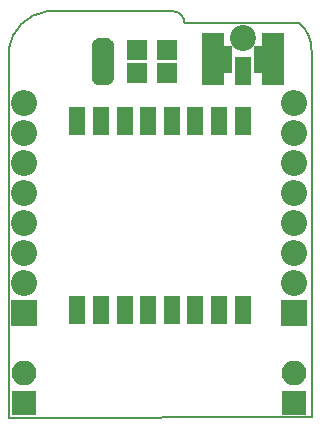
<source format=gbr>
%TF.GenerationSoftware,KiCad,Pcbnew,(5.0.0-3-g5ebb6b6)*%
%TF.CreationDate,2018-10-14T10:55:47+02:00*%
%TF.ProjectId,BricoLabs_ESP8266_LoRa_shield,427269636F4C6162735F455350383236,rev?*%
%TF.SameCoordinates,Original*%
%TF.FileFunction,Soldermask,Top*%
%TF.FilePolarity,Negative*%
%FSLAX46Y46*%
G04 Gerber Fmt 4.6, Leading zero omitted, Abs format (unit mm)*
G04 Created by KiCad (PCBNEW (5.0.0-3-g5ebb6b6)) date Sunday, 14 de October de 2018, 10:55:47*
%MOMM*%
%LPD*%
G01*
G04 APERTURE LIST*
%ADD10C,0.150000*%
%ADD11C,0.100000*%
%ADD12R,1.416000X2.432000*%
%ADD13R,1.924000X4.464000*%
%ADD14R,1.400000X2.400000*%
%ADD15C,2.200000*%
%ADD16O,2.100000X2.100000*%
%ADD17R,2.100000X2.100000*%
%ADD18R,2.200000X2.200000*%
%ADD19O,2.200000X2.200000*%
%ADD20R,1.800000X1.695000*%
%ADD21C,0.500000*%
%ADD22R,1.900000X1.400000*%
G04 APERTURE END LIST*
D10*
X140878600Y-80062000D02*
G75*
G02X141878600Y-81062000I0J-1000000D01*
G01*
X151620379Y-81068606D02*
G75*
G02X152628600Y-83312000I-1991779J-2243394D01*
G01*
X140878600Y-80062000D02*
X130225800Y-80060800D01*
X152628600Y-114452400D02*
X152628600Y-83312000D01*
X126976364Y-83308794D02*
G75*
G02X130225800Y-80060800I3779835J-532077D01*
G01*
X151628600Y-81062000D02*
X141878600Y-81062000D01*
X127027671Y-114490707D02*
X126974600Y-83312000D01*
X127027671Y-114490707D02*
X152628600Y-114452400D01*
D11*
G36*
X144945071Y-82989707D02*
X144945071Y-85326507D01*
X145859471Y-85326507D01*
X145859471Y-82989707D01*
X144945071Y-82989707D01*
G37*
G36*
X147735871Y-82989707D02*
X147735871Y-85326507D01*
X148650271Y-85326507D01*
X148650271Y-82989707D01*
X147735871Y-82989707D01*
G37*
D12*
X146797671Y-85148707D03*
D13*
X144257671Y-84132707D03*
X149337671Y-84132707D03*
D14*
X132797671Y-105350707D03*
X134797671Y-105350707D03*
X136797671Y-105350707D03*
X138797671Y-105350707D03*
X140797671Y-105350707D03*
X142797671Y-105350707D03*
X144797671Y-105350707D03*
X146797671Y-105350707D03*
X146797671Y-89350707D03*
X144797671Y-89350707D03*
X142797671Y-89350707D03*
X140797671Y-89350707D03*
X138797671Y-89350707D03*
X136797671Y-89350707D03*
X134797671Y-89350707D03*
X132797671Y-89350707D03*
D15*
X146797671Y-82350707D03*
D16*
X128297671Y-110680707D03*
D17*
X128297671Y-113220707D03*
X151157671Y-113220707D03*
D16*
X151157671Y-110680707D03*
D18*
X151157671Y-105600707D03*
D19*
X151157671Y-103060707D03*
X151157671Y-100520707D03*
X151157671Y-97980707D03*
X151157671Y-95440707D03*
X151157671Y-92900707D03*
X151157671Y-90360707D03*
X151157671Y-87820707D03*
D18*
X128297671Y-105600707D03*
D19*
X128297671Y-103060707D03*
X128297671Y-100520707D03*
X128297671Y-97980707D03*
X128297671Y-95440707D03*
X128297671Y-92900707D03*
X128297671Y-90360707D03*
X128297671Y-87820707D03*
D20*
X137822671Y-83345707D03*
X137822671Y-85280707D03*
X140362671Y-85280707D03*
X140362671Y-83345707D03*
D21*
X134965171Y-85628207D03*
D11*
G36*
X134019014Y-85039189D02*
X134030395Y-85001670D01*
X134048877Y-84967093D01*
X134073750Y-84936786D01*
X134104057Y-84911913D01*
X134138634Y-84893431D01*
X134176153Y-84882050D01*
X134215171Y-84878207D01*
X134465171Y-84878207D01*
X134465171Y-84728207D01*
X134469014Y-84689189D01*
X134480395Y-84651670D01*
X134498877Y-84617093D01*
X134523750Y-84586786D01*
X134554057Y-84561913D01*
X134588634Y-84543431D01*
X134626153Y-84532050D01*
X134665171Y-84528207D01*
X135265171Y-84528207D01*
X135304189Y-84532050D01*
X135341708Y-84543431D01*
X135376285Y-84561913D01*
X135406592Y-84586786D01*
X135431465Y-84617093D01*
X135449947Y-84651670D01*
X135461328Y-84689189D01*
X135465171Y-84728207D01*
X135465171Y-84878207D01*
X135715171Y-84878207D01*
X135754189Y-84882050D01*
X135791708Y-84893431D01*
X135826285Y-84911913D01*
X135856592Y-84936786D01*
X135881465Y-84967093D01*
X135899947Y-85001670D01*
X135911328Y-85039189D01*
X135915171Y-85078207D01*
X135915171Y-85628207D01*
X135914569Y-85634319D01*
X135914569Y-85652741D01*
X135913606Y-85672347D01*
X135908796Y-85721178D01*
X135905917Y-85740587D01*
X135896345Y-85788712D01*
X135891575Y-85807755D01*
X135877331Y-85854710D01*
X135870720Y-85873187D01*
X135851943Y-85918520D01*
X135843548Y-85936268D01*
X135820417Y-85979541D01*
X135810331Y-85996369D01*
X135783071Y-86037168D01*
X135771376Y-86052937D01*
X135740248Y-86090866D01*
X135727068Y-86105407D01*
X135692371Y-86140104D01*
X135677830Y-86153284D01*
X135639901Y-86184412D01*
X135624132Y-86196107D01*
X135583333Y-86223367D01*
X135566505Y-86233453D01*
X135523232Y-86256584D01*
X135505484Y-86264979D01*
X135460151Y-86283756D01*
X135441674Y-86290367D01*
X135394719Y-86304611D01*
X135375676Y-86309381D01*
X135327551Y-86318953D01*
X135308142Y-86321832D01*
X135259311Y-86326642D01*
X135239705Y-86327605D01*
X135221283Y-86327605D01*
X135215171Y-86328207D01*
X134715171Y-86328207D01*
X134709059Y-86327605D01*
X134690637Y-86327605D01*
X134671031Y-86326642D01*
X134622200Y-86321832D01*
X134602791Y-86318953D01*
X134554666Y-86309381D01*
X134535623Y-86304611D01*
X134488668Y-86290367D01*
X134470191Y-86283756D01*
X134424858Y-86264979D01*
X134407110Y-86256584D01*
X134363837Y-86233453D01*
X134347009Y-86223367D01*
X134306210Y-86196107D01*
X134290441Y-86184412D01*
X134252512Y-86153284D01*
X134237971Y-86140104D01*
X134203274Y-86105407D01*
X134190094Y-86090866D01*
X134158966Y-86052937D01*
X134147271Y-86037168D01*
X134120011Y-85996369D01*
X134109925Y-85979541D01*
X134086794Y-85936268D01*
X134078399Y-85918520D01*
X134059622Y-85873187D01*
X134053011Y-85854710D01*
X134038767Y-85807755D01*
X134033997Y-85788712D01*
X134024425Y-85740587D01*
X134021546Y-85721178D01*
X134016736Y-85672347D01*
X134015773Y-85652741D01*
X134015773Y-85634319D01*
X134015171Y-85628207D01*
X134015171Y-85078207D01*
X134019014Y-85039189D01*
X134019014Y-85039189D01*
G37*
D21*
X134965171Y-83028207D03*
D11*
G36*
X134015773Y-83022095D02*
X134015773Y-83003673D01*
X134016736Y-82984067D01*
X134021546Y-82935236D01*
X134024425Y-82915827D01*
X134033997Y-82867702D01*
X134038767Y-82848659D01*
X134053011Y-82801704D01*
X134059622Y-82783227D01*
X134078399Y-82737894D01*
X134086794Y-82720146D01*
X134109925Y-82676873D01*
X134120011Y-82660045D01*
X134147271Y-82619246D01*
X134158966Y-82603477D01*
X134190094Y-82565548D01*
X134203274Y-82551007D01*
X134237971Y-82516310D01*
X134252512Y-82503130D01*
X134290441Y-82472002D01*
X134306210Y-82460307D01*
X134347009Y-82433047D01*
X134363837Y-82422961D01*
X134407110Y-82399830D01*
X134424858Y-82391435D01*
X134470191Y-82372658D01*
X134488668Y-82366047D01*
X134535623Y-82351803D01*
X134554666Y-82347033D01*
X134602791Y-82337461D01*
X134622200Y-82334582D01*
X134671031Y-82329772D01*
X134690637Y-82328809D01*
X134709059Y-82328809D01*
X134715171Y-82328207D01*
X135215171Y-82328207D01*
X135221283Y-82328809D01*
X135239705Y-82328809D01*
X135259311Y-82329772D01*
X135308142Y-82334582D01*
X135327551Y-82337461D01*
X135375676Y-82347033D01*
X135394719Y-82351803D01*
X135441674Y-82366047D01*
X135460151Y-82372658D01*
X135505484Y-82391435D01*
X135523232Y-82399830D01*
X135566505Y-82422961D01*
X135583333Y-82433047D01*
X135624132Y-82460307D01*
X135639901Y-82472002D01*
X135677830Y-82503130D01*
X135692371Y-82516310D01*
X135727068Y-82551007D01*
X135740248Y-82565548D01*
X135771376Y-82603477D01*
X135783071Y-82619246D01*
X135810331Y-82660045D01*
X135820417Y-82676873D01*
X135843548Y-82720146D01*
X135851943Y-82737894D01*
X135870720Y-82783227D01*
X135877331Y-82801704D01*
X135891575Y-82848659D01*
X135896345Y-82867702D01*
X135905917Y-82915827D01*
X135908796Y-82935236D01*
X135913606Y-82984067D01*
X135914569Y-83003673D01*
X135914569Y-83022095D01*
X135915171Y-83028207D01*
X135915171Y-83578207D01*
X135911328Y-83617225D01*
X135899947Y-83654744D01*
X135881465Y-83689321D01*
X135856592Y-83719628D01*
X135826285Y-83744501D01*
X135791708Y-83762983D01*
X135754189Y-83774364D01*
X135715171Y-83778207D01*
X134215171Y-83778207D01*
X134176153Y-83774364D01*
X134138634Y-83762983D01*
X134104057Y-83744501D01*
X134073750Y-83719628D01*
X134048877Y-83689321D01*
X134030395Y-83654744D01*
X134019014Y-83617225D01*
X134015171Y-83578207D01*
X134015171Y-83028207D01*
X134015773Y-83022095D01*
X134015773Y-83022095D01*
G37*
D22*
X134965171Y-84328207D03*
M02*

</source>
